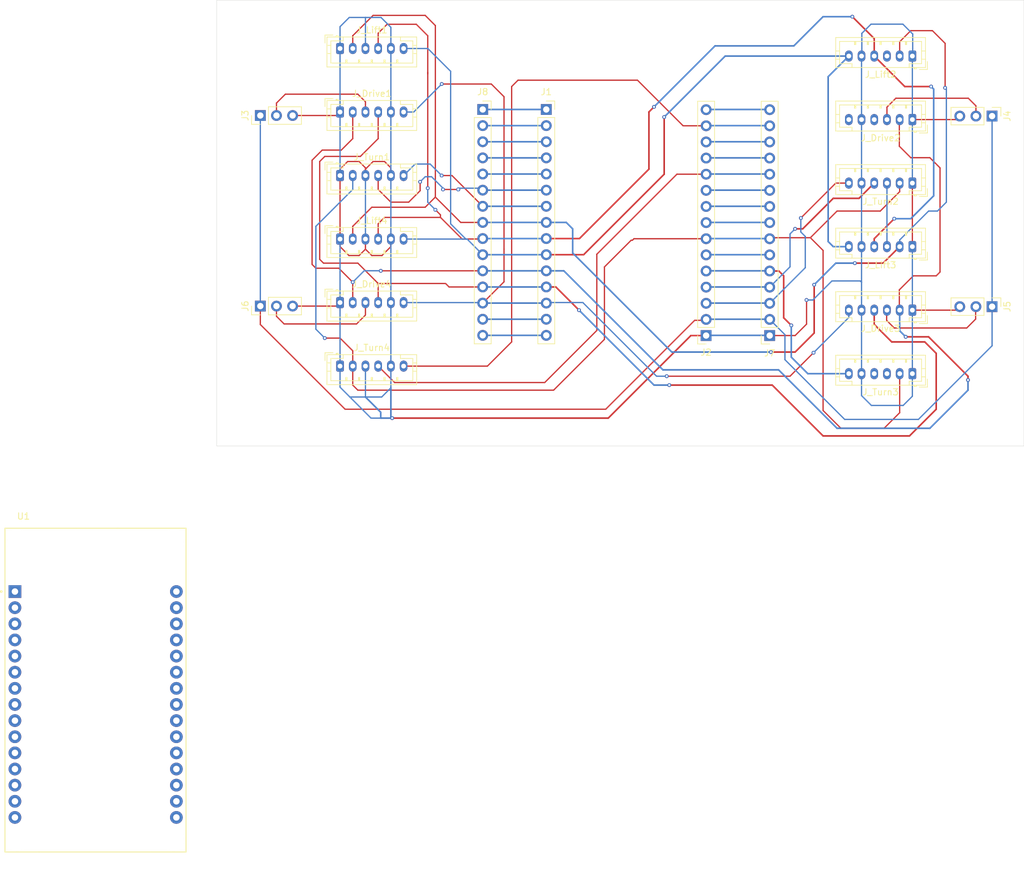
<source format=kicad_pcb>
(kicad_pcb (version 20241229) (generator "pcbnew") (generator_version "9.0")
  (layers (0 "F.Cu" signal) (2 "B.Cu" signal) (13 "F.Paste" user) (15 "B.Paste" user) (5 "F.SilkS" user "F.Silkscreen") (7 "B.SilkS" user "B.Silkscreen") (1 "F.Mask" user) (3 "B.Mask" user) (25 "Edge.Cuts" user))
  (net 0 "")
  (net 1 "Net-(J1-Pin_3)")
  (net 2 "/Turn1_Pul+")
  (net 3 "/Lift_Dir+")
  (net 4 "/Lift_Ena+")
  (net 5 "/Drive_Dir+")
  (net 6 "Net-(J1-Pin_14)")
  (net 7 "Net-(J1-Pin_4)")
  (net 8 "Net-(J1-Pin_15)")
  (net 9 "Net-(J1-Pin_5)")
  (net 10 "/Lift_Pul+")
  (net 11 "Net-(J1-Pin_2)")
  (net 12 "Net-(J1-Pin_1)")
  (net 13 "/Drive_Ena+")
  (net 14 "/Turn1_Dir+")
  (net 15 "/Drive_Pul+")
  (net 16 "/Turn4_Pul+")
  (net 17 "Net-(J2-Pin_12)")
  (net 18 "/Turn_Ena+")
  (net 19 "/Turn2_Dir+")
  (net 20 "/Turn3_Pul+")
  (net 21 "Net-(J2-Pin_15)")
  (net 22 "Net-(J2-Pin_9)")
  (net 23 "Net-(J2-Pin_10)")
  (net 24 "Net-(J2-Pin_13)")
  (net 25 "Net-(J2-Pin_8)")
  (net 26 "/Turn2_Pul+")
  (net 27 "/Turn3_Dir+")
  (net 28 "/Turn4_Dir+")
  (net 29 "Net-(J3-Pin_2)")
  (net 30 "GND")
  (net 31 "+3.3V")
  (net 32 "Net-(J4-Pin_2)")
  (net 33 "Net-(J5-Pin_2)")
  (net 34 "Net-(J6-Pin_2)")
  (footprint "seniorDesign:MODULE_ESP32_DEVKIT_V1" (layer "F.Cu") (at 72.95 154.815)
    (property "Reference" "U1")
    (property "Value" "~")
  )
  (footprint "Connector_PinHeader_2.54mm:PinHeader_1x03_P2.54mm_Vertical" (layer "F.Cu") (at 213.99 94.45 -90)
    (property "Reference" "J5")
    (property "Value" "Conn_01x03_Pin")
  )
  (footprint "Connector_JST:JST_PH_B6B-PH-K_1x06_P2.00mm_Vertical" (layer "F.Cu") (at 111.4 93.81)
    (property "Reference" "J_Drive4")
    (property "Value" "B6B-PH-K-S")
  )
  (footprint "Connector_JST:JST_PH_B6B-PH-K_1x06_P2.00mm_Vertical" (layer "F.Cu") (at 111.4 73.81)
    (property "Reference" "J_Turn1")
    (property "Value" "B6B-PH-K-S")
  )
  (footprint "Connector_PinSocket_2.54mm:PinSocket_1x15_P2.54mm_Vertical" (layer "F.Cu") (at 133.85 63.41)
    (property "Reference" "J8")
    (property "Value" "Conn_01x15_Socket")
  )
  (footprint "Connector_JST:JST_PH_B6B-PH-K_1x06_P2.00mm_Vertical" (layer "F.Cu") (at 111.4 83.81)
    (property "Reference" "J_Lift4")
    (property "Value" "B6B-PH-K-S")
  )
  (footprint "Connector_JST:JST_PH_B6B-PH-K_1x06_P2.00mm_Vertical" (layer "F.Cu") (at 201.45 75 180)
    (property "Reference" "J_Turn2")
    (property "Value" "B6B-PH-K-S")
  )
  (footprint "Connector_JST:JST_PH_B6B-PH-K_1x06_P2.00mm_Vertical" (layer "F.Cu") (at 111.4 63.81)
    (property "Reference" "J_Drive1")
    (property "Value" "B6B-PH-K-S")
  )
  (footprint "Connector_JST:JST_PH_B6B-PH-K_1x06_P2.00mm_Vertical" (layer "F.Cu") (at 201.45 95 180)
    (property "Reference" "J_Drive3")
    (property "Value" "B6B-PH-K-S")
  )
  (footprint "Connector_PinSocket_2.54mm:PinSocket_1x15_P2.54mm_Vertical" (layer "F.Cu") (at 169 99 180)
    (property "Reference" "J2")
    (property "Value" "Conn_01x15_Socket")
  )
  (footprint "Connector_JST:JST_PH_B6B-PH-K_1x06_P2.00mm_Vertical" (layer "F.Cu") (at 201.45 85 180)
    (property "Reference" "J_Lift3")
    (property "Value" "B6B-PH-K-S")
  )
  (footprint "Connector_PinHeader_2.54mm:PinHeader_1x03_P2.54mm_Vertical" (layer "F.Cu") (at 98.86 64.36 90)
    (property "Reference" "J3")
    (property "Value" "Conn_01x03_Pin")
  )
  (footprint "Connector_PinSocket_2.54mm:PinSocket_1x15_P2.54mm_Vertical" (layer "F.Cu") (at 143.85 63.41)
    (property "Reference" "J1")
    (property "Value" "Conn_01x15_Socket")
  )
  (footprint "Connector_PinHeader_2.54mm:PinHeader_1x03_P2.54mm_Vertical" (layer "F.Cu") (at 98.86 94.36 90)
    (property "Reference" "J6")
    (property "Value" "Conn_01x03_Pin")
  )
  (footprint "Connector_JST:JST_PH_B6B-PH-K_1x06_P2.00mm_Vertical" (layer "F.Cu") (at 111.4 103.81)
    (property "Reference" "J_Turn4")
    (property "Value" "B6B-PH-K-S")
  )
  (footprint "Connector_JST:JST_PH_B6B-PH-K_1x06_P2.00mm_Vertical" (layer "F.Cu") (at 201.45 105 180)
    (property "Reference" "J_Turn3")
    (property "Value" "B6B-PH-K-S")
  )
  (footprint "Connector_JST:JST_PH_B6B-PH-K_1x06_P2.00mm_Vertical" (layer "F.Cu") (at 201.45 55 180)
    (property "Reference" "J_Lift2")
    (property "Value" "B6B-PH-K-S")
  )
  (footprint "Connector_JST:JST_PH_B6B-PH-K_1x06_P2.00mm_Vertical" (layer "F.Cu") (at 111.4 53.81)
    (property "Reference" "J_Lift1")
    (property "Value" "B6B-PH-K-S")
  )
  (footprint "Connector_PinSocket_2.54mm:PinSocket_1x15_P2.54mm_Vertical" (layer "F.Cu") (at 179 99 180)
    (property "Reference" "J7")
    (property "Value" "Conn_01x15_Socket")
  )
  (footprint "Connector_PinHeader_2.54mm:PinHeader_1x03_P2.54mm_Vertical" (layer "F.Cu") (at 213.99 64.45 -90)
    (property "Reference" "J4")
    (property "Value" "Conn_01x03_Pin")
  )
  (footprint "Connector_JST:JST_PH_B6B-PH-K_1x06_P2.00mm_Vertical" (layer "F.Cu") (at 201.45 65 180)
    (property "Reference" "J_Drive2")
    (property "Value" "B6B-PH-K-S")
  )
  (gr_rect (start 92 46.2) (end 219 116.4) (stroke (width 0.05)) (fill no) (layer "Edge.Cuts"))
  (segment (start 133.85 68.49) (end 143.85 68.49) (width 0.25) (layer "B.Cu") (net 1))
  (segment (start 127.39 73.81) (end 129.01 73.81) (width 0.2) (layer "F.Cu") (net 2))
  (segment (start 129.01 73.81) (end 133.85 78.65) (width 0.2) (layer "F.Cu") (net 2))
  (via (at 127.39 73.81) (size 0.6) (drill 0.3) (layers "F.Cu" "B.Cu") (net 2))
  (segment (start 133.85 78.65) (end 143.85 78.65) (width 0.25) (layer "B.Cu") (net 2))
  (segment (start 123.21 72) (end 125.58 72) (width 0.2) (layer "B.Cu") (net 2))
  (segment (start 121.4 73.81) (end 123.21 72) (width 0.2) (layer "B.Cu") (net 2))
  (segment (start 127.39 73.81) (end 127.4 73.8) (width 0.2) (layer "B.Cu") (net 2))
  (segment (start 125.58 72) (end 127.39 73.81) (width 0.2) (layer "B.Cu") (net 2))
  (segment (start 143.85 83.73) (end 149.07 83.73) (width 0.25) (layer "F.Cu") (net 3))
  (segment (start 149.07 83.73) (end 160 72.8) (width 0.25) (layer "F.Cu") (net 3))
  (segment (start 118.8 50) (end 123.4 50) (width 0.2) (layer "F.Cu") (net 3))
  (segment (start 117.4 53.81) (end 117.4 51.4) (width 0.2) (layer "F.Cu") (net 3))
  (segment (start 195.45 55) (end 200.25 59.8) (width 0.25) (layer "F.Cu") (net 3))
  (segment (start 126.4 79.2) (end 127.2 80) (width 0.2) (layer "F.Cu") (net 3))
  (segment (start 133.78 83.8) (end 133.85 83.73) (width 0.2) (layer "F.Cu") (net 3))
  (segment (start 117.4 81.4) (end 118.4 80.4) (width 0.2) (layer "F.Cu") (net 3))
  (segment (start 125.2 57.6) (end 125.2 57.8) (width 0.2) (layer "F.Cu") (net 3))
  (segment (start 195.45 52.25) (end 195.45 55) (width 0.25) (layer "F.Cu") (net 3))
  (segment (start 117.4 51.4) (end 118.8 50) (width 0.2) (layer "F.Cu") (net 3))
  (segment (start 117.4 83.81) (end 117.4 81.4) (width 0.2) (layer "F.Cu") (net 3))
  (segment (start 200.25 59.8) (end 204.4 59.8) (width 0.25) (layer "F.Cu") (net 3))
  (segment (start 198.6 80.6) (end 195.45 83.75) (width 0.25) (layer "F.Cu") (net 3))
  (segment (start 192 48.8) (end 195.45 52.25) (width 0.25) (layer "F.Cu") (net 3))
  (segment (start 130.6 83.8) (end 133.78 83.8) (width 0.2) (layer "F.Cu") (net 3))
  (segment (start 118.4 80.4) (end 127.2 80.4) (width 0.2) (layer "F.Cu") (net 3))
  (segment (start 160 72.8) (end 160 63.8) (width 0.25) (layer "F.Cu") (net 3))
  (segment (start 195.45 83.75) (end 195.45 85) (width 0.25) (layer "F.Cu") (net 3))
  (segment (start 160 63.8) (end 160.8 63) (width 0.25) (layer "F.Cu") (net 3))
  (segment (start 127.2 80.4) (end 130.6 83.8) (width 0.2) (layer "F.Cu") (net 3))
  (segment (start 127.2 80) (end 127.2 80.4) (width 0.2) (layer "F.Cu") (net 3))
  (segment (start 123.4 50) (end 125.2 51.8) (width 0.2) (layer "F.Cu") (net 3))
  (segment (start 125.2 57.6) (end 125.2 75.8) (width 0.2) (layer "F.Cu") (net 3))
  (segment (start 125.2 51.8) (end 125.2 57.6) (width 0.2) (layer "F.Cu") (net 3))
  (via (at 126.4 79.2) (size 0.6) (drill 0.3) (layers "F.Cu" "B.Cu") (net 3))
  (via (at 204.4 59.8) (size 0.6) (drill 0.3) (layers "F.Cu" "B.Cu") (net 3))
  (via (at 160.8 63) (size 0.6) (drill 0.3) (layers "F.Cu" "B.Cu") (net 3))
  (via (at 125.2 75.8) (size 0.6) (drill 0.3) (layers "F.Cu" "B.Cu") (net 3))
  (via (at 198.6 80.6) (size 0.6) (drill 0.3) (layers "F.Cu" "B.Cu") (net 3))
  (via (at 192 48.8) (size 0.6) (drill 0.3) (layers "F.Cu" "B.Cu") (net 3))
  (segment (start 204.8 77) (end 201.2 80.6) (width 0.25) (layer "B.Cu") (net 3))
  (segment (start 133.85 83.73) (end 143.85 83.73) (width 0.25) (layer "B.Cu") (net 3))
  (segment (start 204.8 60.2) (end 204.8 77) (width 0.25) (layer "B.Cu") (net 3))
  (segment (start 160.8 63) (end 170.4 53.4) (width 0.25) (layer "B.Cu") (net 3))
  (segment (start 125.2 75.8) (end 125.2 78) (width 0.2) (layer "B.Cu") (net 3))
  (segment (start 204.4 59.8) (end 204.8 60.2) (width 0.25) (layer "B.Cu") (net 3))
  (segment (start 125.2 78) (end 126.4 79.2) (width 0.2) (layer "B.Cu") (net 3))
  (segment (start 201.2 80.6) (end 198.6 80.6) (width 0.25) (layer "B.Cu") (net 3))
  (segment (start 187.4 48.8) (end 192 48.8) (width 0.25) (layer "B.Cu") (net 3))
  (segment (start 170.4 53.4) (end 182.8 53.4) (width 0.25) (layer "B.Cu") (net 3))
  (segment (start 182.8 53.4) (end 187.4 48.8) (width 0.25) (layer "B.Cu") (net 3))
  (segment (start 192.4 87.6) (end 196.85 87.6) (width 0.25) (layer "F.Cu") (net 4))
  (segment (start 128.2 79) (end 130.39 81.19) (width 0.2) (layer "F.Cu") (net 4))
  (segment (start 201.2 51) (end 204.4 51) (width 0.2) (layer "F.Cu") (net 4))
  (segment (start 199.45 52.75) (end 201.2 51) (width 0.2) (layer "F.Cu") (net 4))
  (segment (start 186 98.6) (end 186 91) (width 0.25) (layer "F.Cu") (net 4))
  (segment (start 183 101.6) (end 186 98.6) (width 0.25) (layer "F.Cu") (net 4))
  (segment (start 113.4 51.8) (end 116.6 48.6) (width 0.2) (layer "F.Cu") (net 4))
  (segment (start 196.85 87.6) (end 199.45 85) (width 0.25) (layer "F.Cu") (net 4))
  (segment (start 126.4 77.2) (end 128.2 79) (width 0.2) (layer "F.Cu") (net 4))
  (segment (start 124.8 48.6) (end 126.4 50.2) (width 0.2) (layer "F.Cu") (net 4))
  (segment (start 179.2 101.6) (end 183 101.6) (width 0.25) (layer "F.Cu") (net 4))
  (segment (start 199.45 55) (end 199.45 52.75) (width 0.2) (layer "F.Cu") (net 4))
  (segment (start 206.6 53) (end 206.6 60) (width 0.2) (layer "F.Cu") (net 4))
  (segment (start 126.4 50.2) (end 126.4 77.2) (width 0.2) (layer "F.Cu") (net 4))
  (segment (start 116.4 78.8) (end 124.8 78.8) (width 0.2) (layer "F.Cu") (net 4))
  (segment (start 130.39 81.19) (end 133.85 81.19) (width 0.2) (layer "F.Cu") (net 4))
  (segment (start 204.4 51) (end 204.6 51) (width 0.2) (layer "F.Cu") (net 4))
  (segment (start 124.8 78.8) (end 126.4 77.2) (width 0.2) (layer "F.Cu") (net 4))
  (segment (start 113.4 81.8) (end 116.4 78.8) (width 0.2) (layer "F.Cu") (net 4))
  (segment (start 204.6 51) (end 206.6 53) (width 0.2) (layer "F.Cu") (net 4))
  (segment (start 116.6 48.6) (end 124.8 48.6) (width 0.2) (layer "F.Cu") (net 4))
  (segment (start 113.4 83.81) (end 113.4 81.8) (width 0.2) (layer "F.Cu") (net 4))
  (segment (start 113.4 53.81) (end 113.4 51.8) (width 0.2) (layer "F.Cu") (net 4))
  (via (at 192.4 87.6) (size 0.6) (drill 0.3) (layers "F.Cu" "B.Cu") (net 4))
  (via (at 206.6 60) (size 0.6) (drill 0.3) (layers "F.Cu" "B.Cu") (net 4))
  (via (at 186 91) (size 0.6) (drill 0.3) (layers "F.Cu" "B.Cu") (net 4))
  (via (at 179.2 101.6) (size 0.6) (drill 0.3) (layers "F.Cu" "B.Cu") (net 4))
  (segment (start 186 91) (end 189.4 87.6) (width 0.25) (layer "B.Cu") (net 4))
  (segment (start 146.99 81.19) (end 143.85 81.19) (width 0.25) (layer "B.Cu") (net 4))
  (segment (start 163.6 101.6) (end 148 86) (width 0.25) (layer "B.Cu") (net 4))
  (segment (start 204 79.4) (end 199.45 83.95) (width 0.2) (layer "B.Cu") (net 4))
  (segment (start 206.8 60.2) (end 206.8 78) (width 0.2) (layer "B.Cu") (net 4))
  (segment (start 148 82.2) (end 146.99 81.19) (width 0.25) (layer "B.Cu") (net 4))
  (segment (start 179.2 101.6) (end 163.6 101.6) (width 0.25) (layer "B.Cu") (net 4))
  (segment (start 206.8 78) (end 205.4 79.4) (width 0.2) (layer "B.Cu") (net 4))
  (segment (start 205.4 79.4) (end 204 79.4) (width 0.2) (layer "B.Cu") (net 4))
  (segment (start 143.85 81.19) (end 143.85 81.85) (width 0.25) (layer "B.Cu") (net 4))
  (segment (start 133.85 81.19) (end 143.85 81.19) (width 0.25) (layer "B.Cu") (net 4))
  (segment (start 199.45 83.95) (end 199.45 85) (width 0.2) (layer "B.Cu") (net 4))
  (segment (start 206.6 60) (end 206.8 60.2) (width 0.2) (layer "B.Cu") (net 4))
  (segment (start 189.4 87.6) (end 192.4 87.6) (width 0.25) (layer "B.Cu") (net 4))
  (segment (start 143.85 81.65) (end 143.85 81.19) (width 0.25) (layer "B.Cu") (net 4))
  (segment (start 148 86) (end 148 82.2) (width 0.25) (layer "B.Cu") (net 4))
  (segment (start 108.2 71.6) (end 108.2 87) (width 0.2) (layer "F.Cu") (net 5))
  (segment (start 114.2 87.6) (end 117.4 90.8) (width 0.2) (layer "F.Cu") (net 5))
  (segment (start 145.35 91.35) (end 149 95) (width 0.25) (layer "F.Cu") (net 5))
  (segment (start 205.2 101.8) (end 203.4 100) (width 0.25) (layer "F.Cu") (net 5))
  (segment (start 117.4 63.81) (end 117.4 68) (width 0.2) (layer "F.Cu") (net 5))
  (segment (start 187.4 114.8) (end 201 114.8) (width 0.25) (layer "F.Cu") (net 5))
  (segment (start 198.2 100) (end 195.45 97.25) (width 0.25) (layer "F.Cu") (net 5))
  (segment (start 203.4 100) (end 198.2 100) (width 0.25) (layer "F.Cu") (net 5))
  (segment (start 117.4 90.8) (end 128 90.8) (width 0.2) (layer "F.Cu") (net 5))
  (segment (start 205.2 110.6) (end 205.2 101.8) (width 0.25) (layer "F.Cu") (net 5))
  (segment (start 117.4 90.8) (end 117.4 93.81) (width 0.2) (layer "F.Cu") (net 5))
  (segment (start 143.85 91.35) (end 145.35 91.35) (width 0.25) (layer "F.Cu") (net 5))
  (segment (start 108.2 87) (end 108.8 87.6) (width 0.2) (layer "F.Cu") (net 5))
  (segment (start 201 114.8) (end 205.2 110.6) (width 0.25) (layer "F.Cu") (net 5))
  (segment (start 108.8 87.6) (end 114.2 87.6) (width 0.2) (layer "F.Cu") (net 5))
  (segment (start 109 70.8) (end 108.2 71.6) (width 0.2) (layer "F.Cu") (net 5))
  (segment (start 114.6 70.8) (end 109 70.8) (width 0.2) (layer "F.Cu") (net 5))
  (segment (start 179.4 106.8) (end 187.4 114.8) (width 0.25) (layer "F.Cu") (net 5))
  (segment (start 163.2 106.8) (end 179.4 106.8) (width 0.25) (layer "F.Cu") (net 5))
  (segment (start 117.4 68) (end 114.6 70.8) (width 0.2) (layer "F.Cu") (net 5))
  (segment (start 128 90.8) (end 128.55 91.35) (width 0.2) (layer "F.Cu") (net 5))
  (segment (start 195.45 97.25) (end 195.45 95) (width 0.25) (layer "F.Cu") (net 5))
  (segment (start 128.55 91.35) (end 133.85 91.35) (width 0.2) (layer "F.Cu") (net 5))
  (via (at 163.2 106.8) (size 0.6) (drill 0.3) (layers "F.Cu" "B.Cu") (net 5))
  (via (at 149 95) (size 0.6) (drill 0.3) (layers "F.Cu" "B.Cu") (net 5))
  (segment (start 160.8 106.8) (end 149 95) (width 0.25) (layer "B.Cu") (net 5))
  (segment (start 163.2 106.8) (end 160.8 106.8) (width 0.25) (layer "B.Cu") (net 5))
  (segment (start 133.85 91.35) (end 143.85 91.35) (width 0.25) (layer "B.Cu") (net 5))
  (segment (start 133.85 96.43) (end 143.85 96.43) (width 0.25) (layer "B.Cu") (net 6))
  (segment (start 143.85 71.03) (end 133.85 71.03) (width 0.25) (layer "B.Cu") (net 7))
  (segment (start 133.85 98.97) (end 143.85 98.97) (width 0.25) (layer "B.Cu") (net 8))
  (segment (start 133.85 73.57) (end 143.85 73.57) (width 0.25) (layer "B.Cu") (net 9))
  (segment (start 162.4 73.6) (end 149.73 86.27) (width 0.25) (layer "F.Cu") (net 10))
  (segment (start 149.73 86.27) (end 143.85 86.27) (width 0.25) (layer "F.Cu") (net 10))
  (segment (start 162.4 64.6) (end 162.4 73.6) (width 0.25) (layer "F.Cu") (net 10))
  (via (at 162.4 64.6) (size 0.6) (drill 0.3) (layers "F.Cu" "B.Cu") (net 10))
  (segment (start 133.85 86.27) (end 143.85 86.27) (width 0.25) (layer "B.Cu") (net 10))
  (segment (start 188.2 84.2) (end 189 85) (width 0.25) (layer "B.Cu") (net 10))
  (segment (start 128.8 81.41) (end 131.2 83.81) (width 0.2) (layer "B.Cu") (net 10))
  (segment (start 189 85) (end 191.45 85) (width 0.25) (layer "B.Cu") (net 10))
  (segment (start 191.45 55) (end 188.2 58.25) (width 0.25) (layer "B.Cu") (net 10))
  (segment (start 121.4 83.81) (end 131.2 83.81) (width 0.2) (layer "B.Cu") (net 10))
  (segment (start 131.39 83.81) (end 133.85 86.27) (width 0.2) (layer "B.Cu") (net 10))
  (segment (start 125.21 53.81) (end 128.8 57.4) (width 0.2) (layer "B.Cu") (net 10))
  (segment (start 188.2 58.25) (end 188.2 84.2) (width 0.25) (layer "B.Cu") (net 10))
  (segment (start 172 55) (end 191.45 55) (width 0.25) (layer "B.Cu") (net 10))
  (segment (start 121.4 53.81) (end 125.21 53.81) (width 0.2) (layer "B.Cu") (net 10))
  (segment (start 162.4 64.6) (end 172 55) (width 0.25) (layer "B.Cu") (net 10))
  (segment (start 128.8 57.4) (end 128.8 81.41) (width 0.2) (layer "B.Cu") (net 10))
  (segment (start 131.2 83.81) (end 131.39 83.81) (width 0.2) (layer "B.Cu") (net 10))
  (segment (start 143.85 65.95) (end 133.85 65.95) (width 0.25) (layer "B.Cu") (net 11))
  (segment (start 133.85 63.41) (end 143.85 63.41) (width 0.25) (layer "B.Cu") (net 12))
  (segment (start 113.4 63.81) (end 113.4 68) (width 0.2) (layer "F.Cu") (net 13))
  (segment (start 199.4 65.01) (end 199.4 69.2) (width 0.2) (layer "F.Cu") (net 13))
  (segment (start 204 99.2) (end 200.4 99.2) (width 0.25) (layer "F.Cu") (net 13))
  (segment (start 204.2 71) (end 205.8 72.6) (width 0.2) (layer "F.Cu") (net 13))
  (segment (start 205.2 89.6) (end 201.6 89.6) (width 0.2) (layer "F.Cu") (net 13))
  (segment (start 210.2 105.4) (end 204.2 99.4) (width 0.25) (layer "F.Cu") (net 13))
  (segment (start 107 87.8) (end 107.6 88.4) (width 0.2) (layer "F.Cu") (net 13))
  (segment (start 210.2 106) (end 210.2 105.4) (width 0.25) (layer "F.Cu") (net 13))
  (segment (start 107.6 88.4) (end 111.2 88.4) (width 0.2) (layer "F.Cu") (net 13))
  (segment (start 204.2 99.4) (end 204 99.2) (width 0.25) (layer "F.Cu") (net 13))
  (segment (start 199.4 69.2) (end 201.2 71) (width 0.2) (layer "F.Cu") (net 13))
  (segment (start 205.8 89) (end 205.2 89.6) (width 0.2) (layer "F.Cu") (net 13))
  (segment (start 199.4 91.8) (end 199.4 95.01) (width 0.2) (layer "F.Cu") (net 13))
  (segment (start 107 71.4) (end 107 87.8) (width 0.2) (layer "F.Cu") (net 13))
  (segment (start 201.6 89.6) (end 199.4 91.8) (width 0.2) (layer "F.Cu") (net 13))
  (segment (start 205.8 72.6) (end 205.8 89) (width 0.2) (layer "F.Cu") (net 13))
  (segment (start 111.2 88.4) (end 113.4 90.6) (width 0.2) (layer "F.Cu") (net 13))
  (segment (start 111.6 69.8) (end 108.6 69.8) (width 0.2) (layer "F.Cu") (net 13))
  (segment (start 201.2 71) (end 204.2 71) (width 0.2) (layer "F.Cu") (net 13))
  (segment (start 117.81 88.81) (end 133.85 88.81) (width 0.2) (layer "F.Cu") (net 13))
  (segment (start 108.6 69.8) (end 107 71.4) (width 0.2) (layer "F.Cu") (net 13))
  (segment (start 113.4 68) (end 111.6 69.8) (width 0.2) (layer "F.Cu") (net 13))
  (segment (start 113.4 90.6) (end 113.4 93.81) (width 0.2) (layer "F.Cu") (net 13))
  (via (at 117.81 88.81) (size 0.6) (drill 0.3) (layers "F.Cu" "B.Cu") (net 13))
  (via (at 210.2 106) (size 0.6) (drill 0.3) (layers "F.Cu" "B.Cu") (net 13))
  (via (at 113.4 90.6) (size 0.6) (drill 0.3) (layers "F.Cu" "B.Cu") (net 13))
  (via (at 200.4 99.2) (size 0.6) (drill 0.3) (layers "F.Cu" "B.Cu") (net 13))
  (segment (start 204.2 113.6) (end 210.2 107.6) (width 0.25) (layer "B.Cu") (net 13))
  (segment (start 117.8 88.8) (end 115.2 88.8) (width 0.2) (layer "B.Cu") (net 13))
  (segment (start 189.6 113.6) (end 204.2 113.6) (width 0.25) (layer "B.Cu") (net 13))
  (segment (start 199.45 98.25) (end 199.45 95) (width 0.25) (layer "B.Cu") (net 13))
  (segment (start 143.85 88.81) (end 146.61 88.81) (width 0.25) (layer "B.Cu") (net 13))
  (segment (start 115.2 88.8) (end 113.4 90.6) (width 0.2) (layer "B.Cu") (net 13))
  (segment (start 133.85 88.81) (end 143.85 88.81) (width 0.25) (layer "B.Cu") (net 13))
  (segment (start 117.81 88.81) (end 117.8 88.8) (width 0.2) (layer "B.Cu") (net 13))
  (segment (start 200.4 99.2) (end 199.45 98.25) (width 0.25) (layer "B.Cu") (net 13))
  (segment (start 210.2 107.6) (end 210.2 106) (width 0.25) (layer "B.Cu") (net 13))
  (segment (start 146.61 88.81) (end 162.2 104.4) (width 0.25) (layer "B.Cu") (net 13))
  (segment (start 162.2 104.4) (end 180.4 104.4) (width 0.25) (layer "B.Cu") (net 13))
  (segment (start 180.4 104.4) (end 189.6 113.6) (width 0.25) (layer "B.Cu") (net 13))
  (segment (start 117.4 73.81) (end 117.4 76) (width 0.2) (layer "F.Cu") (net 14))
  (segment (start 117.4 76) (end 119.4 78) (width 0.2) (layer "F.Cu") (net 14))
  (segment (start 124 76.2) (end 124 74.8) (width 0.2) (layer "F.Cu") (net 14))
  (segment (start 127.6 76) (end 130 76) (width 0.2) (layer "F.Cu") (net 14))
  (segment (start 119.4 78) (end 122.2 78) (width 0.2) (layer "F.Cu") (net 14))
  (segment (start 122.2 78) (end 124 76.2) (width 0.2) (layer "F.Cu") (net 14))
  (via (at 130 76) (size 0.6) (drill 0.3) (layers "F.Cu" "B.Cu") (net 14))
  (via (at 124 74.8) (size 0.6) (drill 0.3) (layers "F.Cu" "B.Cu") (net 14))
  (via (at 130 76) (size 0.6) (drill 0.3) (layers "F.Cu" "B.Cu") (net 14))
  (via (at 127.6 76) (size 0.6) (drill 0.3) (layers "F.Cu" "B.Cu") (net 14))
  (segment (start 130.2 75.8) (end 133.54 75.8) (width 0.2) (layer "B.Cu") (net 14))
  (segment (start 124.8 74) (end 125.4 74) (width 0.2) (layer "B.Cu") (net 14))
  (segment (start 133.54 75.8) (end 133.85 76.11) (width 0.2) (layer "B.Cu") (net 14))
  (segment (start 124 74.8) (end 124.8 74) (width 0.2) (layer "B.Cu") (net 14))
  (segment (start 130 76) (end 130.2 75.8) (width 0.2) (layer "B.Cu") (net 14))
  (segment (start 143.85 76.11) (end 133.85 76.11) (width 0.25) (layer "B.Cu") (net 14))
  (segment (start 125.4 74) (end 125.8 74) (width 0.2) (layer "B.Cu") (net 14))
  (segment (start 125.8 74) (end 127.8 76) (width 0.2) (layer "B.Cu") (net 14))
  (segment (start 137.2 90.54) (end 137.2 85.4) (width 0.2) (layer "F.Cu") (net 15))
  (segment (start 137.2 85.4) (end 137.2 61.4) (width 0.2) (layer "F.Cu") (net 15))
  (segment (start 133.85 93.89) (end 137.2 90.54) (width 0.2) (layer "F.Cu") (net 15))
  (segment (start 162.8 105.4) (end 182.2 105.4) (width 0.2) (layer "F.Cu") (net 15))
  (segment (start 135.2 59.4) (end 127.4 59.4) (width 0.2) (layer "F.Cu") (net 15))
  (segment (start 137.2 61.4) (end 135.2 59.4) (width 0.2) (layer "F.Cu") (net 15))
  (segment (start 182.2 105.4) (end 185.9 101.7) (width 0.2) (layer "F.Cu") (net 15))
  (via (at 127.4 59.4) (size 0.6) (drill 0.3) (layers "F.Cu" "B.Cu") (net 15))
  (via (at 185.9 101.7) (size 0.6) (drill 0.3) (layers "F.Cu" "B.Cu") (net 15))
  (via (at 162.8 105.4) (size 0.6) (drill 0.3) (layers "F.Cu" "B.Cu") (net 15))
  (segment (start 161.2 105.4) (end 149.6 93.8) (width 0.2) (layer "B.Cu") (net 15))
  (segment (start 133.85 93.89) (end 143.85 93.89) (width 0.25) (layer "B.Cu") (net 15))
  (segment (start 191.45 96.15) (end 191.45 95) (width 0.2) (layer "B.Cu") (net 15))
  (segment (start 162.8 105.4) (end 161.2 105.4) (width 0.2) (layer "B.Cu") (net 15))
  (segment (start 149.6 93.8) (end 143.94 93.8) (width 0.2) (layer "B.Cu") (net 15))
  (segment (start 143.94 93.8) (end 143.85 93.89) (width 0.2) (layer "B.Cu") (net 15))
  (segment (start 121.4 93.81) (end 133.77 93.81) (width 0.2) (layer "B.Cu") (net 15))
  (segment (start 122.99 63.81) (end 127.4 59.4) (width 0.2) (layer "B.Cu") (net 15))
  (segment (start 133.77 93.81) (end 133.85 93.89) (width 0.2) (layer "B.Cu") (net 15))
  (segment (start 185.9 101.7) (end 191.45 96.15) (width 0.2) (layer "B.Cu") (net 15))
  (segment (start 121.4 63.81) (end 122.99 63.81) (width 0.2) (layer "B.Cu") (net 15))
  (segment (start 138.4 59.8) (end 139.4 58.8) (width 0.2) (layer "F.Cu") (net 16))
  (segment (start 165.38 65.98) (end 169 65.98) (width 0.2) (layer "F.Cu") (net 16))
  (segment (start 158.2 58.8) (end 165.38 65.98) (width 0.2) (layer "F.Cu") (net 16))
  (segment (start 121.4 103.81) (end 134.59 103.81) (width 0.2) (layer "F.Cu") (net 16))
  (segment (start 134.59 103.81) (end 138.4 100) (width 0.2) (layer "F.Cu") (net 16))
  (segment (start 139.4 58.8) (end 158.2 58.8) (width 0.2) (layer "F.Cu") (net 16))
  (segment (start 138.4 100) (end 138.4 59.8) (width 0.2) (layer "F.Cu") (net 16))
  (segment (start 169.25 65.95) (end 179.25 65.95) (width 0.25) (layer "B.Cu") (net 16))
  (segment (start 169.25 71.03) (end 179.25 71.03) (width 0.25) (layer "B.Cu") (net 17))
  (segment (start 153 99.6) (end 153 88.2) (width 0.2) (layer "F.Cu") (net 18))
  (segment (start 196.4 79.4) (end 189.6 79.4) (width 0.2) (layer "F.Cu") (net 18))
  (segment (start 179.16 83.6) (end 179 83.76) (width 0.2) (layer "F.Cu") (net 18))
  (segment (start 114.2 107.6) (end 145 107.6) (width 0.2) (layer "F.Cu") (net 18))
  (segment (start 109 99.4) (end 111.4 99.4) (width 0.2) (layer "F.Cu") (net 18))
  (segment (start 199.45 111.15) (end 197 113.6) (width 0.2) (layer "F.Cu") (net 18))
  (segment (start 189.6 79.4) (end 185.4 83.6) (width 0.2) (layer "F.Cu") (net 18))
  (segment (start 153 88.2) (end 157.2 84) (width 0.2) (layer "F.Cu") (net 18))
  (segment (start 199.45 76.35) (end 196.4 79.4) (width 0.2) (layer "F.Cu") (net 18))
  (segment (start 185.4 83.6) (end 179.16 83.6) (width 0.2) (layer "F.Cu") (net 18))
  (segment (start 197 113.6) (end 190.2 113.6) (width 0.2) (layer "F.Cu") (net 18))
  (segment (start 199.45 75) (end 199.45 76.35) (width 0.2) (layer "F.Cu") (net 18))
  (segment (start 187.4 110.8) (end 187.4 85.6) (width 0.2) (layer "F.Cu") (net 18))
  (segment (start 187.4 85.6) (end 185.4 83.6) (width 0.2) (layer "F.Cu") (net 18))
  (segment (start 113.4 101.4) (end 113.4 103.81) (width 0.2) (layer "F.Cu") (net 18))
  (segment (start 111.4 99.4) (end 113.4 101.4) (width 0.2) (layer "F.Cu") (net 18))
  (segment (start 157.4 84) (end 157.64 83.76) (width 0.2) (layer "F.Cu") (net 18))
  (segment (start 157.64 83.76) (end 169 83.76) (width 0.2) (layer "F.Cu") (net 18))
  (segment (start 145 107.6) (end 153 99.6) (width 0.2) (layer "F.Cu") (net 18))
  (segment (start 157.2 84) (end 157.4 84) (width 0.2) (layer "F.Cu") (net 18))
  (segment (start 199.45 105) (end 199.45 111.15) (width 0.2) (layer "F.Cu") (net 18))
  (segment (start 190.2 113.6) (end 187.4 110.8) (width 0.2) (layer "F.Cu") (net 18))
  (segment (start 113.4 103.81) (end 113.4 106.8) (width 0.2) (layer "F.Cu") (net 18))
  (segment (start 113.4 106.8) (end 114.2 107.6) (width 0.2) (layer "F.Cu") (net 18))
  (via (at 109 99.4) (size 0.6) (drill 0.3) (layers "F.Cu" "B.Cu") (net 18))
  (segment (start 113.4 76) (end 110.2 79.2) (width 0.2) (layer "B.Cu") (net 18))
  (segment (start 113.4 73.81) (end 113.4 76) (width 0.2) (layer "B.Cu") (net 18))
  (segment (start 169.25 83.73) (end 179.25 83.73) (width 0.25) (layer "B.Cu") (net 18))
  (segment (start 110.2 79.2) (end 107.6 81.8) (width 0.2) (layer "B.Cu") (net 18))
  (segment (start 107.6 98) (end 109 99.4) (width 0.2) (layer "B.Cu") (net 18))
  (segment (start 107.6 81.8) (end 107.6 98) (width 0.2) (layer "B.Cu") (net 18))
  (segment (start 184.2 82.2) (end 183 82.2) (width 0.25) (layer "F.Cu") (net 19))
  (segment (start 189 77.4) (end 184.2 82.2) (width 0.25) (layer "F.Cu") (net 19))
  (segment (start 195.45 75) (end 193.05 77.4) (width 0.25) (layer "F.Cu") (net 19))
  (segment (start 193.05 77.4) (end 189 77.4) (width 0.25) (layer "F.Cu") (net 19))
  (via (at 183 82.2) (size 0.6) (drill 0.3) (layers "F.Cu" "B.Cu") (net 19))
  (segment (start 179 91.38) (end 182.2 88.18) (width 0.2) (layer "B.Cu") (net 19))
  (segment (start 182.2 88.18) (end 182.2 83) (width 0.2) (layer "B.Cu") (net 19))
  (segment (start 169.25 91.35) (end 179.25 91.35) (width 0.25) (layer "B.Cu") (net 19))
  (segment (start 182.2 83) (end 183 82.2) (width 0.2) (layer "B.Cu") (net 19))
  (segment (start 182.4 97.4) (end 181.2 96.2) (width 0.25) (layer "F.Cu") (net 20))
  (segment (start 181.2 96.2) (end 181.2 89.6) (width 0.25) (layer "F.Cu") (net 20))
  (segment (start 180.44 88.84) (end 179 88.84) (width 0.25) (layer "F.Cu") (net 20))
  (segment (start 181.2 89.6) (end 180.44 88.84) (width 0.25) (layer "F.Cu") (net 20))
  (via (at 182.4 97.4) (size 0.6) (drill 0.3) (layers "F.Cu" "B.Cu") (net 20))
  (segment (start 169.25 88.81) (end 179.25 88.81) (width 0.25) (layer "B.Cu") (net 20))
  (segment (start 182.4 102.4) (end 182.4 97.4) (width 0.25) (layer "B.Cu") (net 20))
  (segment (start 191.45 105) (end 185 105) (width 0.25) (layer "B.Cu") (net 20))
  (segment (start 185 105) (end 182.4 102.4) (width 0.25) (layer "B.Cu") (net 20))
  (segment (start 169.25 63.41) (end 179.25 63.41) (width 0.25) (layer "B.Cu") (net 21))
  (segment (start 169.25 78.65) (end 179.25 78.65) (width 0.25) (layer "B.Cu") (net 22))
  (segment (start 169.25 76.11) (end 179.25 76.11) (width 0.25) (layer "B.Cu") (net 23))
  (segment (start 169.25 68.49) (end 179.25 68.49) (width 0.25) (layer "B.Cu") (net 24))
  (segment (start 169.25 81.19) (end 179.25 81.19) (width 0.25) (layer "B.Cu") (net 25))
  (segment (start 183.9 80.5) (end 189.4 75) (width 0.2) (layer "F.Cu") (net 26))
  (segment (start 189.4 75) (end 191.45 75) (width 0.2) (layer "F.Cu") (net 26))
  (via (at 183.9 80.5) (size 0.6) (drill 0.3) (layers "F.Cu" "B.Cu") (net 26))
  (segment (start 184.6 88.32) (end 179 93.92) (width 0.2) (layer "B.Cu") (net 26))
  (segment (start 184.6 83.4) (end 184.6 88.32) (width 0.2) (layer "B.Cu") (net 26))
  (segment (start 169.25 93.89) (end 179.25 93.89) (width 0.25) (layer "B.Cu") (net 26))
  (segment (start 183.9 80.5) (end 183.9 82.7) (width 0.2) (layer "B.Cu") (net 26))
  (segment (start 183.9 82.7) (end 184.6 83.4) (width 0.2) (layer "B.Cu") (net 26))
  (segment (start 169.25 86.27) (end 179.25 86.27) (width 0.25) (layer "B.Cu") (net 27))
  (segment (start 151.8 98.2) (end 151.8 86.2) (width 0.2) (layer "F.Cu") (net 28))
  (segment (start 119.99 106.4) (end 143.6 106.4) (width 0.2) (layer "F.Cu") (net 28))
  (segment (start 143.6 106.4) (end 151.8 98.2) (width 0.2) (layer "F.Cu") (net 28))
  (segment (start 117.4 103.81) (end 119.99 106.4) (width 0.2) (layer "F.Cu") (net 28))
  (segment (start 164.4 73.6) (end 169 73.6) (width 0.2) (layer "F.Cu") (net 28))
  (segment (start 151.8 86.2) (end 164.4 73.6) (width 0.2) (layer "F.Cu") (net 28))
  (segment (start 169.25 73.57) (end 179.25 73.57) (width 0.25) (layer "B.Cu") (net 28))
  (segment (start 101.4 62.4) (end 101.4 64.36) (width 0.2) (layer "F.Cu") (net 29))
  (segment (start 114.2 61) (end 102.8 61) (width 0.2) (layer "F.Cu") (net 29))
  (segment (start 115.4 63.81) (end 115.4 62.2) (width 0.2) (layer "F.Cu") (net 29))
  (segment (start 115.4 62.2) (end 114.2 61) (width 0.2) (layer "F.Cu") (net 29))
  (segment (start 102.8 61) (end 101.4 62.4) (width 0.2) (layer "F.Cu") (net 29))
  (segment (start 201.45 65) (end 208.36 65) (width 0.2) (layer "F.Cu") (net 30))
  (segment (start 179 99) (end 183 99) (width 0.2) (layer "F.Cu") (net 30))
  (segment (start 116.4 86.4) (end 118 86.4) (width 0.2) (layer "F.Cu") (net 30))
  (segment (start 208.36 95) (end 208.91 94.45) (width 0.2) (layer "F.Cu") (net 30))
  (segment (start 111.4 72.8) (end 112.6 71.6) (width 0.2) (layer "F.Cu") (net 30))
  (segment (start 111.4 73.81) (end 111.4 83.81) (width 0.2) (layer "F.Cu") (net 30))
  (segment (start 115.4 85.4) (end 115.4 83.81) (width 0.2) (layer "F.Cu") (net 30))
  (segment (start 166.6 99) (end 153.6 112) (width 0.25) (layer "F.Cu") (net 30))
  (segment (start 183 99) (end 184.8 97.2) (width 0.2) (layer "F.Cu") (net 30))
  (segment (start 119.4 72.6) (end 119.4 73.81) (width 0.2) (layer "F.Cu") (net 30))
  (segment (start 169 99) (end 166.6 99) (width 0.25) (layer "F.Cu") (net 30))
  (segment (start 110.85 94.36) (end 111.4 93.81) (width 0.2) (layer "F.Cu") (net 30))
  (segment (start 112.6 71.6) (end 114.4 71.6) (width 0.2) (layer "F.Cu") (net 30))
  (segment (start 201.45 95) (end 208.36 95) (width 0.2) (layer "F.Cu") (net 30))
  (segment (start 114.4 71.6) (end 115.4 72.6) (width 0.2) (layer "F.Cu") (net 30))
  (segment (start 103.94 94.36) (end 110.85 94.36) (width 0.2) (layer "F.Cu") (net 30))
  (segment (start 115.4 72.8) (end 116.6 71.6) (width 0.2) (layer "F.Cu") (net 30))
  (segment (start 111.4 85) (end 112.8 86.4) (width 0.2) (layer "F.Cu") (net 30))
  (segment (start 115.4 72.6) (end 115.4 73.81) (width 0.2) (layer "F.Cu") (net 30))
  (segment (start 115.4 73.81) (end 115.4 72.8) (width 0.2) (layer "F.Cu") (net 30))
  (segment (start 114.4 86.4) (end 115.4 85.4) (width 0.2) (layer "F.Cu") (net 30))
  (segment (start 111.4 83.81) (end 111.4 85) (width 0.2) (layer "F.Cu") (net 30))
  (segment (start 115.4 85.4) (end 116.4 86.4) (width 0.2) (layer "F.Cu") (net 30))
  (segment (start 184.8 97.2) (end 184.8 93.4) (width 0.2) (layer "F.Cu") (net 30))
  (segment (start 119.4 85) (end 119.4 83.81) (width 0.2) (layer "F.Cu") (net 30))
  (segment (start 118.4 71.6) (end 119.4 72.6) (width 0.2) (layer "F.Cu") (net 30))
  (segment (start 116.6 71.6) (end 118.4 71.6) (width 0.2) (layer "F.Cu") (net 30))
  (segment (start 112.8 86.4) (end 114.4 86.4) (width 0.2) (layer "F.Cu") (net 30))
  (segment (start 111.4 73.81) (end 111.4 72.8) (width 0.2) (layer "F.Cu") (net 30))
  (segment (start 103.94 64.36) (end 110.85 64.36) (width 0.2) (layer "F.Cu") (net 30))
  (segment (start 201.45 75) (end 201.45 85) (width 0.2) (layer "F.Cu") (net 30))
  (segment (start 153.6 112) (end 119.6 112) (width 0.25) (layer "F.Cu") (net 30))
  (segment (start 208.36 65) (end 208.91 64.45) (width 0.2) (layer "F.Cu") (net 30))
  (segment (start 110.85 64.36) (end 111.4 63.81) (width 0.2) (layer "F.Cu") (net 30))
  (segment (start 118 86.4) (end 119.4 85) (width 0.2) (layer "F.Cu") (net 30))
  (via (at 184.8 93.4) (size 0.6) (drill 0.3) (layers "F.Cu" "B.Cu") (net 30))
  (via (at 119.6 112) (size 0.6) (drill 0.3) (layers "F.Cu" "B.Cu") (net 30))
  (segment (start 184.8 93.4) (end 185.8 93.4) (width 0.2) (layer "B.Cu") (net 30))
  (segment (start 110.85 64.36) (end 111.4 63.81) (width 0.25) (layer "B.Cu") (net 30))
  (segment (start 119.6 112) (end 119.4 111.8) (width 0.25) (layer "B.Cu") (net 30))
  (segment (start 193.25 90.4) (end 193.45 90.6) (width 0.2) (layer "B.Cu") (net 30))
  (segment (start 195 110) (end 200 110) (width 0.2) (layer "B.Cu") (net 30))
  (segment (start 199.95 49.975) (end 194.95 49.975) (width 0.2) (layer "B.Cu") (net 30))
  (segment (start 115.4 108.675) (end 117.95 108.675) (width 0.2) (layer "B.Cu") (net 30))
  (segment (start 111.4 83.81) (end 111.4 103.81) (width 0.2) (layer "B.Cu") (net 30))
  (segment (start 201.5 51.525) (end 199.95 49.975) (width 0.2) (layer "B.Cu") (net 30))
  (segment (start 201.5 54.975) (end 201.5 51.525) (width 0.2) (layer "B.Cu") (net 30))
  (segment (start 193.45 105) (end 193.45 108.45) (width 0.2) (layer "B.Cu") (net 30))
  (segment (start 111.4 107.125) (end 112.95 108.675) (width 0.2) (layer "B.Cu") (net 30))
  (segment (start 119.4 53.925) (end 119.4 50.475) (width 0.2) (layer "B.Cu") (net 30))
  (segment (start 201.45 55) (end 201.45 75) (width 0.2) (layer "B.Cu") (net 30))
  (segment (start 193.45 55) (end 193.45 90.6) (width 0.2) (layer "B.Cu") (net 30))
  (segment (start 119.4 50.475) (end 117.85 48.925) (width 0.2) (layer "B.Cu") (net 30))
  (segment (start 188.8 90.4) (end 193.25 90.4) (width 0.2) (layer "B.Cu") (net 30))
  (segment (start 194.95 49.975) (end 193.5 51.425) (width 0.2) (layer "B.Cu") (net 30))
  (segment (start 110.85 94.36) (end 111.4 93.81) (width 0.25) (layer "B.Cu") (net 30))
  (segment (start 201.45 85) (end 201.45 105) (width 0.2) (layer "B.Cu") (net 30))
  (segment (start 115.4 48.925) (end 112.85 48.925) (width 0.2) (layer "B.Cu") (net 30))
  (segment (start 193.45 108.45) (end 195 110) (width 0.2) (layer "B.Cu") (net 30))
  (segment (start 117.85 48.925) (end 115.4 48.925) (width 0.2) (layer "B.Cu") (net 30))
  (segment (start 169.25 98.97) (end 179.25 98.97) (width 0.25) (layer "B.Cu") (net 30))
  (segment (start 111.4 53.81) (end 111.4 73.81) (width 0.2) (layer "B.Cu") (net 30))
  (segment (start 119.6 112) (end 117.8 112) (width 0.25) (layer "B.Cu") (net 30))
  (segment (start 115.4 53.81) (end 115.4 48.925) (width 0.2) (layer "B.Cu") (net 30))
  (segment (start 117.8 111.075) (end 115.4 108.675) (width 0.25) (layer "B.Cu") (net 30))
  (segment (start 112.85 48.925) (end 111.4 50.375) (width 0.2) (layer "B.Cu") (net 30))
  (segment (start 119.4 107.225) (end 119.4 103.675) (width 0.2) (layer "B.Cu") (net 30))
  (segment (start 115.4 103.81) (end 115.4 108.675) (width 0.2) (layer "B.Cu") (net 30))
  (segment (start 200 110) (end 201.45 108.55) (width 0.2) (layer "B.Cu") (net 30))
  (segment (start 117.95 108.675) (end 119.4 107.225) (width 0.2) (layer "B.Cu") (net 30))
  (segment (start 208.36 65) (end 208.91 64.45) (width 0.25) (layer "B.Cu") (net 30))
  (segment (start 119.4 53.81) (end 119.4 103.81) (width 0.2) (layer "B.Cu") (net 30))
  (segment (start 193.45 90.6) (end 193.45 105) (width 0.2) (layer "B.Cu") (net 30))
  (segment (start 117.8 112) (end 116.275 112) (width 0.2) (layer "B.Cu") (net 30))
  (segment (start 117.8 112) (end 117.8 111.075) (width 0.25) (layer "B.Cu") (net 30))
  (segment (start 115.4 73.81) (end 115.4 83.81) (width 0.2) (layer "B.Cu") (net 30))
  (segment (start 111.4 50.375) (end 111.4 53.925) (width 0.2) (layer "B.Cu") (net 30))
  (segment (start 208.36 95) (end 208.91 94.45) (width 0.25) (layer "B.Cu") (net 30))
  (segment (start 116.275 112) (end 112.95 108.675) (width 0.2) (layer "B.Cu") (net 30))
  (segment (start 119.4 111.8) (end 119.4 107.225) (width 0.25) (layer "B.Cu") (net 30))
  (segment (start 112.95 108.675) (end 115.4 108.675) (width 0.2) (layer "B.Cu") (net 30))
  (segment (start 193.5 51.425) (end 193.5 54.975) (width 0.2) (layer "B.Cu") (net 30))
  (segment (start 197.45 75) (end 197.45 85) (width 0.2) (layer "B.Cu") (net 30))
  (segment (start 201.45 108.55) (end 201.45 105) (width 0.2) (layer "B.Cu") (net 30))
  (segment (start 111.4 103.675) (end 111.4 107.125) (width 0.2) (layer "B.Cu") (net 30))
  (segment (start 185.8 93.4) (end 188.8 90.4) (width 0.2) (layer "B.Cu") (net 30))
  (segment (start 167.2 96.6) (end 168.86 96.6) (width 0.2) (layer "F.Cu") (net 31))
  (segment (start 98.86 97.26) (end 112.2 110.6) (width 0.2) (layer "F.Cu") (net 31))
  (segment (start 168.86 96.6) (end 169 96.46) (width 0.2) (layer "F.Cu") (net 31))
  (segment (start 98.86 94.36) (end 98.86 97.26) (width 0.2) (layer "F.Cu") (net 31))
  (segment (start 153.2 110.6) (end 167.2 96.6) (width 0.2) (layer "F.Cu") (net 31))
  (segment (start 112.2 110.6) (end 153.2 110.6) (width 0.2) (layer "F.Cu") (net 31))
  (segment (start 202.4 112.2) (end 213.99 100.61) (width 0.2) (layer "B.Cu") (net 31))
  (segment (start 179 96.46) (end 181.4 98.86) (width 0.2) (layer "B.Cu") (net 31))
  (segment (start 213.99 64.45) (end 213.99 94.45) (width 0.2) (layer "B.Cu") (net 31))
  (segment (start 190.8 112.2) (end 202.4 112.2) (width 0.2) (layer "B.Cu") (net 31))
  (segment (start 181.4 98.86) (end 181.4 102.8) (width 0.2) (layer "B.Cu") (net 31))
  (segment (start 98.86 64.36) (end 98.86 94.36) (width 0.2) (layer "B.Cu") (net 31))
  (segment (start 169.25 96.43) (end 179.25 96.43) (width 0.25) (layer "B.Cu") (net 31))
  (segment (start 213.99 100.61) (end 213.99 94.45) (width 0.2) (layer "B.Cu") (net 31))
  (segment (start 181.4 102.8) (end 190.8 112.2) (width 0.2) (layer "B.Cu") (net 31))
  (segment (start 210.25 61.64) (end 198.85 61.64) (width 0.2) (layer "F.Cu") (net 32))
  (segment (start 198.85 61.64) (end 197.45 63.04) (width 0.2) (layer "F.Cu") (net 32))
  (segment (start 211.45 64.45) (end 211.45 62.84) (width 0.2) (layer "F.Cu") (net 32))
  (segment (start 211.45 62.84) (end 210.25 61.64) (width 0.2) (layer "F.Cu") (net 32))
  (segment (start 197.45 63.04) (end 197.45 65) (width 0.2) (layer "F.Cu") (net 32))
  (segment (start 197.4 95) (end 197.4 96.61) (width 0.2) (layer "F.Cu") (net 33))
  (segment (start 198.6 97.81) (end 210 97.81) (width 0.2) (layer "F.Cu") (net 33))
  (segment (start 197.4 96.61) (end 198.6 97.81) (width 0.2) (layer "F.Cu") (net 33))
  (segment (start 210 97.81) (end 211.4 96.41) (width 0.2) (layer "F.Cu") (net 33))
  (segment (start 211.4 96.41) (end 211.4 94.45) (width 0.2) (layer "F.Cu") (net 33))
  (segment (start 102.6 97.17) (end 114 97.17) (width 0.2) (layer "F.Cu") (net 34))
  (segment (start 115.4 95.77) (end 115.4 93.81) (width 0.2) (layer "F.Cu") (net 34))
  (segment (start 114 97.17) (end 115.4 95.77) (width 0.2) (layer "F.Cu") (net 34))
  (segment (start 101.4 94.36) (end 101.4 95.97) (width 0.2) (layer "F.Cu") (net 34))
  (segment (start 101.4 95.97) (end 102.6 97.17) (width 0.2) (layer "F.Cu") (net 34))
)
</source>
